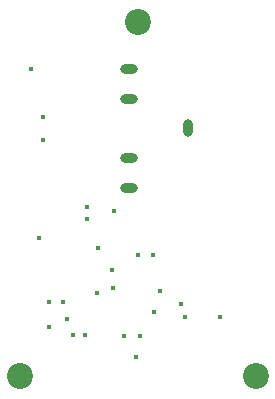
<source format=gbr>
%TF.GenerationSoftware,Altium Limited,Altium Designer,22.4.2 (48)*%
G04 Layer_Color=0*
%FSLAX45Y45*%
%MOMM*%
%TF.SameCoordinates,536C032F-4EC3-470D-9469-351792C50264*%
%TF.FilePolarity,Positive*%
%TF.FileFunction,Plated,1,2,PTH,Drill*%
%TF.Part,Single*%
G01*
G75*
%TA.AperFunction,ComponentDrill*%
%ADD62O,1.50000X0.80000*%
%ADD63O,0.80000X1.50000*%
%TA.AperFunction,OtherDrill,Pad Free-0 (0mm,0mm)*%
%ADD64C,2.20000*%
%TA.AperFunction,OtherDrill,Pad Free-0 (-10mm,-30mm)*%
%ADD65C,2.20000*%
%TA.AperFunction,OtherDrill,Pad Free-0 (10mm,-30mm)*%
%ADD66C,2.20000*%
%TA.AperFunction,ViaDrill,NotFilled*%
%ADD67C,0.40000*%
D62*
X-75000Y-650000D02*
D03*
Y-1150000D02*
D03*
Y-1400000D02*
D03*
Y-400000D02*
D03*
D63*
X425000Y-900000D02*
D03*
D64*
X0Y0D02*
D03*
D65*
X-1000000Y-3000000D02*
D03*
D66*
X1000000D02*
D03*
D67*
X-117160Y-2659334D02*
D03*
X-12610Y-2835610D02*
D03*
X-449990Y-2649990D02*
D03*
X-550010Y-2650010D02*
D03*
X-630785Y-2365583D02*
D03*
X-751818D02*
D03*
X-429200Y-1564000D02*
D03*
Y-1665601D02*
D03*
X-200000Y-1600000D02*
D03*
X-899990Y-400010D02*
D03*
X-205898Y-2251806D02*
D03*
X140580Y-2455400D02*
D03*
X190600Y-2276800D02*
D03*
X370000Y-2387500D02*
D03*
X400000Y-2500000D02*
D03*
X700000D02*
D03*
X-752652Y-2581876D02*
D03*
X-834245Y-1831321D02*
D03*
X-216823Y-2095000D02*
D03*
X-331957Y-1912248D02*
D03*
X127000Y-1975000D02*
D03*
X0Y-1975000D02*
D03*
X-800000Y-800000D02*
D03*
Y-1000000D02*
D03*
X-342942Y-2293809D02*
D03*
X19821Y-2656573D02*
D03*
X-601620Y-2515580D02*
D03*
%TF.MD5,40fa722aecc012e91f8e6bbece455001*%
M02*

</source>
